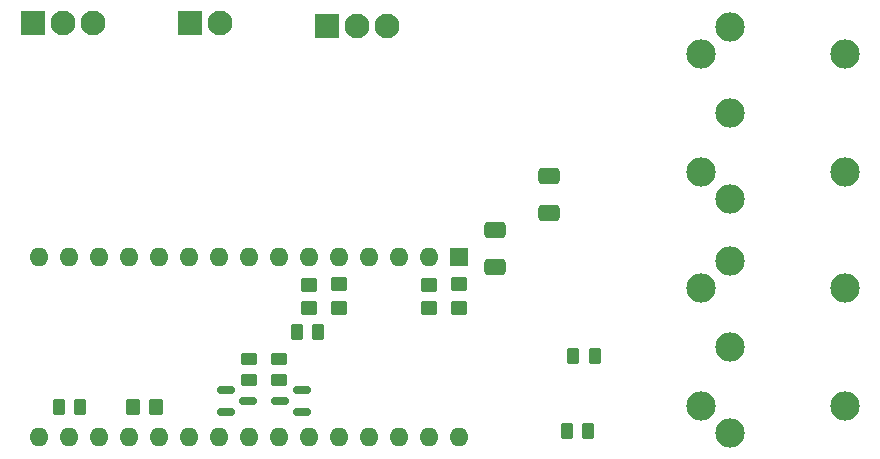
<source format=gbr>
%TF.GenerationSoftware,KiCad,Pcbnew,(6.0.10)*%
%TF.CreationDate,2023-02-04T01:48:26-05:00*%
%TF.ProjectId,lin-valve-control,6c696e2d-7661-46c7-9665-2d636f6e7472,rev?*%
%TF.SameCoordinates,Original*%
%TF.FileFunction,Soldermask,Bot*%
%TF.FilePolarity,Negative*%
%FSLAX46Y46*%
G04 Gerber Fmt 4.6, Leading zero omitted, Abs format (unit mm)*
G04 Created by KiCad (PCBNEW (6.0.10)) date 2023-02-04 01:48:26*
%MOMM*%
%LPD*%
G01*
G04 APERTURE LIST*
G04 Aperture macros list*
%AMRoundRect*
0 Rectangle with rounded corners*
0 $1 Rounding radius*
0 $2 $3 $4 $5 $6 $7 $8 $9 X,Y pos of 4 corners*
0 Add a 4 corners polygon primitive as box body*
4,1,4,$2,$3,$4,$5,$6,$7,$8,$9,$2,$3,0*
0 Add four circle primitives for the rounded corners*
1,1,$1+$1,$2,$3*
1,1,$1+$1,$4,$5*
1,1,$1+$1,$6,$7*
1,1,$1+$1,$8,$9*
0 Add four rect primitives between the rounded corners*
20,1,$1+$1,$2,$3,$4,$5,0*
20,1,$1+$1,$4,$5,$6,$7,0*
20,1,$1+$1,$6,$7,$8,$9,0*
20,1,$1+$1,$8,$9,$2,$3,0*%
G04 Aperture macros list end*
%ADD10R,1.600000X1.600000*%
%ADD11O,1.600000X1.600000*%
%ADD12RoundRect,0.250000X-0.262500X-0.450000X0.262500X-0.450000X0.262500X0.450000X-0.262500X0.450000X0*%
%ADD13RoundRect,0.250000X-0.450000X0.262500X-0.450000X-0.262500X0.450000X-0.262500X0.450000X0.262500X0*%
%ADD14RoundRect,0.150000X-0.587500X-0.150000X0.587500X-0.150000X0.587500X0.150000X-0.587500X0.150000X0*%
%ADD15RoundRect,0.150000X0.587500X0.150000X-0.587500X0.150000X-0.587500X-0.150000X0.587500X-0.150000X0*%
%ADD16RoundRect,0.250000X0.262500X0.450000X-0.262500X0.450000X-0.262500X-0.450000X0.262500X-0.450000X0*%
%ADD17RoundRect,0.250000X0.450000X-0.350000X0.450000X0.350000X-0.450000X0.350000X-0.450000X-0.350000X0*%
%ADD18RoundRect,0.250000X-0.350000X-0.450000X0.350000X-0.450000X0.350000X0.450000X-0.350000X0.450000X0*%
%ADD19C,2.100000*%
%ADD20R,2.100000X2.100000*%
%ADD21C,2.489200*%
%ADD22RoundRect,0.250000X-0.650000X0.412500X-0.650000X-0.412500X0.650000X-0.412500X0.650000X0.412500X0*%
%ADD23RoundRect,0.250000X0.650000X-0.412500X0.650000X0.412500X-0.650000X0.412500X-0.650000X-0.412500X0*%
G04 APERTURE END LIST*
D10*
%TO.C,U1*%
X194818000Y-82814000D03*
D11*
X192278000Y-82814000D03*
X189738000Y-82814000D03*
X187198000Y-82814000D03*
X184658000Y-82814000D03*
X182118000Y-82814000D03*
X179578000Y-82814000D03*
X177038000Y-82814000D03*
X174498000Y-82814000D03*
X171958000Y-82814000D03*
X169418000Y-82814000D03*
X166878000Y-82814000D03*
X164338000Y-82814000D03*
X161798000Y-82814000D03*
X159258000Y-82814000D03*
X159258000Y-98054000D03*
X161798000Y-98054000D03*
X164338000Y-98054000D03*
X166878000Y-98054000D03*
X169418000Y-98054000D03*
X171958000Y-98054000D03*
X174498000Y-98054000D03*
X177038000Y-98054000D03*
X179578000Y-98054000D03*
X182118000Y-98054000D03*
X184658000Y-98054000D03*
X187198000Y-98054000D03*
X189738000Y-98054000D03*
X192278000Y-98054000D03*
X194818000Y-98054000D03*
%TD*%
D12*
%TO.C,R13*%
X204470000Y-91186000D03*
X206295000Y-91186000D03*
%TD*%
%TO.C,R12*%
X203915000Y-97536000D03*
X205740000Y-97536000D03*
%TD*%
D13*
%TO.C,R11*%
X179578000Y-91393000D03*
X179578000Y-93218000D03*
%TD*%
%TO.C,R10*%
X177038000Y-91393000D03*
X177038000Y-93218000D03*
%TD*%
D14*
%TO.C,Q2*%
X175084500Y-95946000D03*
X175084500Y-94046000D03*
X176959500Y-94996000D03*
%TD*%
D15*
%TO.C,Q1*%
X181531500Y-94046000D03*
X181531500Y-95946000D03*
X179656500Y-94996000D03*
%TD*%
D16*
%TO.C,R9*%
X160885500Y-95504000D03*
X162710500Y-95504000D03*
%TD*%
D12*
%TO.C,R8*%
X182880000Y-89154000D03*
X181055000Y-89154000D03*
%TD*%
D17*
%TO.C,R6*%
X182118000Y-85122000D03*
X182118000Y-87122000D03*
%TD*%
%TO.C,R4*%
X184658000Y-85090000D03*
X184658000Y-87090000D03*
%TD*%
D18*
%TO.C,R3*%
X169164000Y-95504000D03*
X167164000Y-95504000D03*
%TD*%
D17*
%TO.C,R2*%
X194818000Y-85090000D03*
X194818000Y-87090000D03*
%TD*%
%TO.C,R1*%
X192278000Y-85122000D03*
X192278000Y-87122000D03*
%TD*%
D19*
%TO.C,J5*%
X163830000Y-62992000D03*
X161290000Y-62992000D03*
D20*
X158750000Y-62992000D03*
%TD*%
D19*
%TO.C,J4*%
X174582000Y-62992000D03*
D20*
X172042000Y-62992000D03*
%TD*%
D21*
%TO.C,J3*%
X227459540Y-85425280D03*
X227459540Y-95422720D03*
X215259920Y-95422720D03*
X215259920Y-85425280D03*
X217759280Y-97723960D03*
X217759280Y-90424000D03*
X217759280Y-83124040D03*
%TD*%
%TO.C,J2*%
X217759280Y-63312040D03*
X217759280Y-70612000D03*
X217759280Y-77911960D03*
X215259920Y-65613280D03*
X215259920Y-75610720D03*
X227459540Y-75610720D03*
X227459540Y-65613280D03*
%TD*%
D22*
%TO.C,C3*%
X197866000Y-83643000D03*
X197866000Y-80518000D03*
%TD*%
D23*
%TO.C,C2*%
X202438000Y-75946000D03*
X202438000Y-79071000D03*
%TD*%
D19*
%TO.C,J6*%
X188722000Y-63246000D03*
X186182000Y-63246000D03*
D20*
X183642000Y-63246000D03*
%TD*%
M02*

</source>
